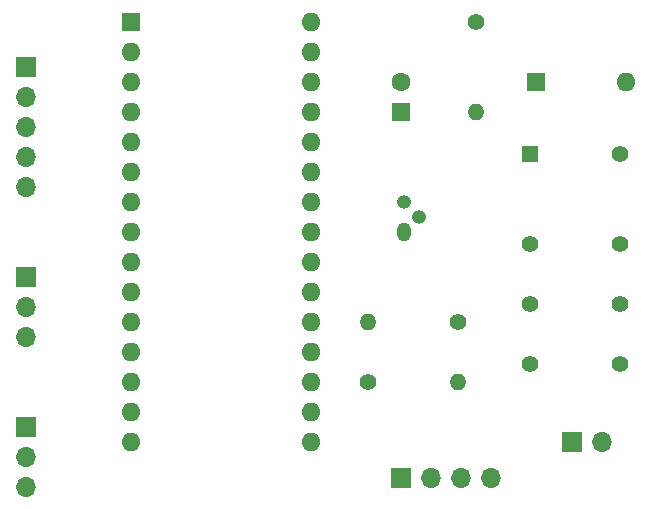
<source format=gbr>
G04 #@! TF.GenerationSoftware,KiCad,Pcbnew,5.1.8-db9833491~88~ubuntu18.04.1*
G04 #@! TF.CreationDate,2020-12-13T17:35:25+01:00*
G04 #@! TF.ProjectId,UselessBox,5573656c-6573-4734-926f-782e6b696361,rev?*
G04 #@! TF.SameCoordinates,Original*
G04 #@! TF.FileFunction,Copper,L1,Top*
G04 #@! TF.FilePolarity,Positive*
%FSLAX46Y46*%
G04 Gerber Fmt 4.6, Leading zero omitted, Abs format (unit mm)*
G04 Created by KiCad (PCBNEW 5.1.8-db9833491~88~ubuntu18.04.1) date 2020-12-13 17:35:25*
%MOMM*%
%LPD*%
G01*
G04 APERTURE LIST*
G04 #@! TA.AperFunction,ComponentPad*
%ADD10C,1.600000*%
G04 #@! TD*
G04 #@! TA.AperFunction,ComponentPad*
%ADD11R,1.600000X1.600000*%
G04 #@! TD*
G04 #@! TA.AperFunction,ComponentPad*
%ADD12O,1.200000X1.600000*%
G04 #@! TD*
G04 #@! TA.AperFunction,ComponentPad*
%ADD13O,1.200000X1.200000*%
G04 #@! TD*
G04 #@! TA.AperFunction,ComponentPad*
%ADD14R,1.400000X1.400000*%
G04 #@! TD*
G04 #@! TA.AperFunction,ComponentPad*
%ADD15C,1.400000*%
G04 #@! TD*
G04 #@! TA.AperFunction,ComponentPad*
%ADD16O,1.600000X1.600000*%
G04 #@! TD*
G04 #@! TA.AperFunction,ComponentPad*
%ADD17R,1.700000X1.700000*%
G04 #@! TD*
G04 #@! TA.AperFunction,ComponentPad*
%ADD18O,1.700000X1.700000*%
G04 #@! TD*
G04 #@! TA.AperFunction,ComponentPad*
%ADD19O,1.400000X1.400000*%
G04 #@! TD*
G04 APERTURE END LIST*
D10*
X118110000Y-86400000D03*
D11*
X118110000Y-88900000D03*
D12*
X118364000Y-99060000D03*
D13*
X119634000Y-97790000D03*
X118364000Y-96520000D03*
D14*
X129032000Y-92456000D03*
D15*
X136652000Y-92456000D03*
X129032000Y-105146000D03*
X129032000Y-110236000D03*
X129032000Y-100076000D03*
X136662000Y-105166000D03*
X136662000Y-110246000D03*
X136652000Y-100076000D03*
D11*
X95250000Y-81280000D03*
D16*
X110490000Y-114300000D03*
X95250000Y-83820000D03*
X110490000Y-111760000D03*
X95250000Y-86360000D03*
X110490000Y-109220000D03*
X95250000Y-88900000D03*
X110490000Y-106680000D03*
X95250000Y-91440000D03*
X110490000Y-104140000D03*
X95250000Y-93980000D03*
X110490000Y-101600000D03*
X95250000Y-96520000D03*
X110490000Y-99060000D03*
X95250000Y-99060000D03*
X110490000Y-96520000D03*
X95250000Y-101600000D03*
X110490000Y-93980000D03*
X95250000Y-104140000D03*
X110490000Y-91440000D03*
X95250000Y-106680000D03*
X110490000Y-88900000D03*
X95250000Y-109220000D03*
X110490000Y-86360000D03*
X95250000Y-111760000D03*
X110490000Y-83820000D03*
X95250000Y-114300000D03*
X110490000Y-81280000D03*
X95250000Y-116840000D03*
X110490000Y-116840000D03*
D11*
X129540000Y-86360000D03*
D16*
X137160000Y-86360000D03*
D17*
X132588000Y-116840000D03*
D18*
X135128000Y-116840000D03*
D17*
X86360000Y-102870000D03*
D18*
X86360000Y-105410000D03*
X86360000Y-107950000D03*
X86360000Y-120650000D03*
X86360000Y-118110000D03*
D17*
X86360000Y-115570000D03*
X86360000Y-85090000D03*
D18*
X86360000Y-87630000D03*
X86360000Y-90170000D03*
X86360000Y-92710000D03*
X86360000Y-95250000D03*
D15*
X124460000Y-81280000D03*
D19*
X124460000Y-88900000D03*
X122936000Y-111760000D03*
D15*
X115316000Y-111760000D03*
X122936000Y-106680000D03*
D19*
X115316000Y-106680000D03*
D17*
X118110000Y-119888000D03*
D18*
X120650000Y-119888000D03*
X123190000Y-119888000D03*
X125730000Y-119888000D03*
M02*

</source>
